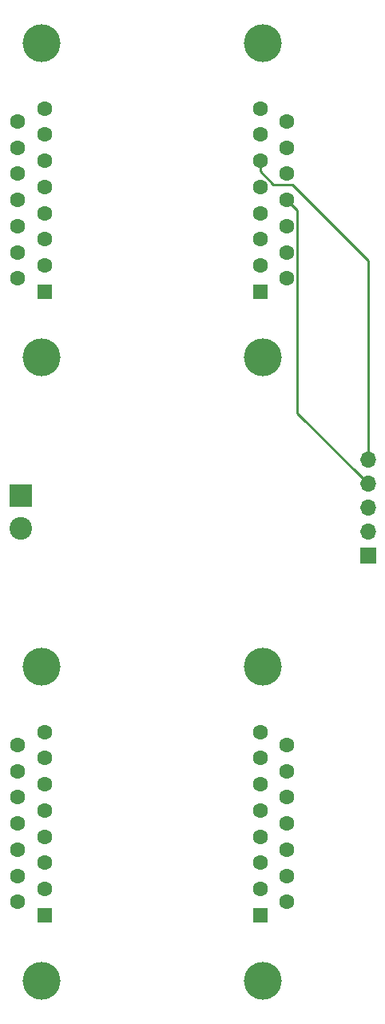
<source format=gbl>
G04 #@! TF.GenerationSoftware,KiCad,Pcbnew,(6.0.0-rc1-dev-392-gd9d005190)*
G04 #@! TF.CreationDate,2018-08-31T18:51:33-04:00*
G04 #@! TF.ProjectId,db15_HV,646231355F48562E6B696361645F7063,rev?*
G04 #@! TF.SameCoordinates,Original*
G04 #@! TF.FileFunction,Copper,L2,Bot,Signal*
G04 #@! TF.FilePolarity,Positive*
%FSLAX46Y46*%
G04 Gerber Fmt 4.6, Leading zero omitted, Abs format (unit mm)*
G04 Created by KiCad (PCBNEW (6.0.0-rc1-dev-392-gd9d005190)) date 08/31/18 18:51:33*
%MOMM*%
%LPD*%
G01*
G04 APERTURE LIST*
G04 #@! TA.AperFunction,ComponentPad*
%ADD10O,1.700000X1.700000*%
G04 #@! TD*
G04 #@! TA.AperFunction,ComponentPad*
%ADD11R,1.700000X1.700000*%
G04 #@! TD*
G04 #@! TA.AperFunction,ComponentPad*
%ADD12C,4.000000*%
G04 #@! TD*
G04 #@! TA.AperFunction,ComponentPad*
%ADD13C,1.600000*%
G04 #@! TD*
G04 #@! TA.AperFunction,ComponentPad*
%ADD14R,1.600000X1.600000*%
G04 #@! TD*
G04 #@! TA.AperFunction,ComponentPad*
%ADD15C,2.400000*%
G04 #@! TD*
G04 #@! TA.AperFunction,ComponentPad*
%ADD16R,2.400000X2.400000*%
G04 #@! TD*
G04 #@! TA.AperFunction,Conductor*
%ADD17C,0.250000*%
G04 #@! TD*
G04 APERTURE END LIST*
D10*
G04 #@! TO.P,J3,5*
G04 #@! TO.N,/POLARITY_2*
X140970000Y-100330000D03*
G04 #@! TO.P,J3,4*
G04 #@! TO.N,/ENABLE_2*
X140970000Y-102870000D03*
G04 #@! TO.P,J3,3*
G04 #@! TO.N,/SIGNAL_GND_1*
X140970000Y-105410000D03*
G04 #@! TO.P,J3,2*
G04 #@! TO.N,/ENABLE_1*
X140970000Y-107950000D03*
D11*
G04 #@! TO.P,J3,1*
G04 #@! TO.N,/POLARITY_1*
X140970000Y-110490000D03*
G04 #@! TD*
D12*
G04 #@! TO.P,J2_IN1,0*
G04 #@! TO.N,N/C*
X129840000Y-56205000D03*
X129840000Y-89505000D03*
D13*
G04 #@! TO.P,J2_IN1,15*
G04 #@! TO.N,Net-(J2_IN1-Pad15)*
X132380000Y-64545000D03*
G04 #@! TO.P,J2_IN1,14*
G04 #@! TO.N,Net-(J2_IN1-Pad14)*
X132380000Y-67315000D03*
G04 #@! TO.P,J2_IN1,13*
G04 #@! TO.N,/CURRENT_2*
X132380000Y-70085000D03*
G04 #@! TO.P,J2_IN1,12*
G04 #@! TO.N,/ENABLE_2*
X132380000Y-72855000D03*
G04 #@! TO.P,J2_IN1,11*
G04 #@! TO.N,Net-(J2_IN1-Pad11)*
X132380000Y-75625000D03*
G04 #@! TO.P,J2_IN1,10*
G04 #@! TO.N,Net-(J2_IN1-Pad10)*
X132380000Y-78395000D03*
G04 #@! TO.P,J2_IN1,9*
G04 #@! TO.N,Net-(J2_IN1-Pad9)*
X132380000Y-81165000D03*
G04 #@! TO.P,J2_IN1,8*
G04 #@! TO.N,Net-(J2_IN1-Pad8)*
X129540000Y-63160000D03*
G04 #@! TO.P,J2_IN1,7*
G04 #@! TO.N,/SIGNAL_GND_1*
X129540000Y-65930000D03*
G04 #@! TO.P,J2_IN1,6*
G04 #@! TO.N,/POLARITY_2*
X129540000Y-68700000D03*
G04 #@! TO.P,J2_IN1,5*
G04 #@! TO.N,/VOLTAGE_2*
X129540000Y-71470000D03*
G04 #@! TO.P,J2_IN1,4*
G04 #@! TO.N,Net-(J2_IN1-Pad4)*
X129540000Y-74240000D03*
G04 #@! TO.P,J2_IN1,3*
G04 #@! TO.N,Net-(J2_IN1-Pad3)*
X129540000Y-77010000D03*
G04 #@! TO.P,J2_IN1,2*
G04 #@! TO.N,/PROGRAM_2*
X129540000Y-79780000D03*
D14*
G04 #@! TO.P,J2_IN1,1*
G04 #@! TO.N,Net-(J2_IN1-Pad1)*
X129540000Y-82550000D03*
G04 #@! TD*
D12*
G04 #@! TO.P,J2_OUT1,0*
G04 #@! TO.N,N/C*
X106380000Y-89505000D03*
X106380000Y-56205000D03*
D13*
G04 #@! TO.P,J2_OUT1,15*
G04 #@! TO.N,/POWER_24V*
X103840000Y-64545000D03*
G04 #@! TO.P,J2_OUT1,14*
G04 #@! TO.N,Net-(J2_OUT1-Pad14)*
X103840000Y-67315000D03*
G04 #@! TO.P,J2_OUT1,13*
G04 #@! TO.N,/CURRENT_2*
X103840000Y-70085000D03*
G04 #@! TO.P,J2_OUT1,12*
G04 #@! TO.N,/ENABLE_2*
X103840000Y-72855000D03*
G04 #@! TO.P,J2_OUT1,11*
G04 #@! TO.N,Net-(J2_OUT1-Pad11)*
X103840000Y-75625000D03*
G04 #@! TO.P,J2_OUT1,10*
G04 #@! TO.N,Net-(J2_OUT1-Pad10)*
X103840000Y-78395000D03*
G04 #@! TO.P,J2_OUT1,9*
G04 #@! TO.N,Net-(J2_OUT1-Pad9)*
X103840000Y-81165000D03*
G04 #@! TO.P,J2_OUT1,8*
G04 #@! TO.N,/POWER_GND*
X106680000Y-63160000D03*
G04 #@! TO.P,J2_OUT1,7*
G04 #@! TO.N,/SIGNAL_GND_1*
X106680000Y-65930000D03*
G04 #@! TO.P,J2_OUT1,6*
G04 #@! TO.N,/POLARITY_2*
X106680000Y-68700000D03*
G04 #@! TO.P,J2_OUT1,5*
G04 #@! TO.N,/VOLTAGE_2*
X106680000Y-71470000D03*
G04 #@! TO.P,J2_OUT1,4*
G04 #@! TO.N,Net-(J2_OUT1-Pad4)*
X106680000Y-74240000D03*
G04 #@! TO.P,J2_OUT1,3*
G04 #@! TO.N,Net-(J2_OUT1-Pad3)*
X106680000Y-77010000D03*
G04 #@! TO.P,J2_OUT1,2*
G04 #@! TO.N,/PROGRAM_2*
X106680000Y-79780000D03*
D14*
G04 #@! TO.P,J2_OUT1,1*
G04 #@! TO.N,Net-(J2_OUT1-Pad1)*
X106680000Y-82550000D03*
G04 #@! TD*
D12*
G04 #@! TO.P,J1_IN1,0*
G04 #@! TO.N,N/C*
X129840000Y-122245000D03*
X129840000Y-155545000D03*
D13*
G04 #@! TO.P,J1_IN1,15*
G04 #@! TO.N,Net-(J1_IN1-Pad15)*
X132380000Y-130585000D03*
G04 #@! TO.P,J1_IN1,14*
G04 #@! TO.N,Net-(J1_IN1-Pad14)*
X132380000Y-133355000D03*
G04 #@! TO.P,J1_IN1,13*
G04 #@! TO.N,/CURRENT_1*
X132380000Y-136125000D03*
G04 #@! TO.P,J1_IN1,12*
G04 #@! TO.N,/ENABLE_1*
X132380000Y-138895000D03*
G04 #@! TO.P,J1_IN1,11*
G04 #@! TO.N,Net-(J1_IN1-Pad11)*
X132380000Y-141665000D03*
G04 #@! TO.P,J1_IN1,10*
G04 #@! TO.N,Net-(J1_IN1-Pad10)*
X132380000Y-144435000D03*
G04 #@! TO.P,J1_IN1,9*
G04 #@! TO.N,Net-(J1_IN1-Pad9)*
X132380000Y-147205000D03*
G04 #@! TO.P,J1_IN1,8*
G04 #@! TO.N,Net-(J1_IN1-Pad8)*
X129540000Y-129200000D03*
G04 #@! TO.P,J1_IN1,7*
G04 #@! TO.N,/SIGNAL_GND_1*
X129540000Y-131970000D03*
G04 #@! TO.P,J1_IN1,6*
G04 #@! TO.N,/POLARITY_1*
X129540000Y-134740000D03*
G04 #@! TO.P,J1_IN1,5*
G04 #@! TO.N,/VOLTAGE_1*
X129540000Y-137510000D03*
G04 #@! TO.P,J1_IN1,4*
G04 #@! TO.N,Net-(J1_IN1-Pad4)*
X129540000Y-140280000D03*
G04 #@! TO.P,J1_IN1,3*
G04 #@! TO.N,Net-(J1_IN1-Pad3)*
X129540000Y-143050000D03*
G04 #@! TO.P,J1_IN1,2*
G04 #@! TO.N,/PROGRAM_1*
X129540000Y-145820000D03*
D14*
G04 #@! TO.P,J1_IN1,1*
G04 #@! TO.N,Net-(J1_IN1-Pad1)*
X129540000Y-148590000D03*
G04 #@! TD*
D12*
G04 #@! TO.P,J1_OUT1,0*
G04 #@! TO.N,N/C*
X106380000Y-155545000D03*
X106380000Y-122245000D03*
D13*
G04 #@! TO.P,J1_OUT1,15*
G04 #@! TO.N,/POWER_24V*
X103840000Y-130585000D03*
G04 #@! TO.P,J1_OUT1,14*
G04 #@! TO.N,Net-(J1_OUT1-Pad14)*
X103840000Y-133355000D03*
G04 #@! TO.P,J1_OUT1,13*
G04 #@! TO.N,/CURRENT_1*
X103840000Y-136125000D03*
G04 #@! TO.P,J1_OUT1,12*
G04 #@! TO.N,/ENABLE_1*
X103840000Y-138895000D03*
G04 #@! TO.P,J1_OUT1,11*
G04 #@! TO.N,Net-(J1_OUT1-Pad11)*
X103840000Y-141665000D03*
G04 #@! TO.P,J1_OUT1,10*
G04 #@! TO.N,Net-(J1_OUT1-Pad10)*
X103840000Y-144435000D03*
G04 #@! TO.P,J1_OUT1,9*
G04 #@! TO.N,Net-(J1_OUT1-Pad9)*
X103840000Y-147205000D03*
G04 #@! TO.P,J1_OUT1,8*
G04 #@! TO.N,/POWER_GND*
X106680000Y-129200000D03*
G04 #@! TO.P,J1_OUT1,7*
G04 #@! TO.N,/SIGNAL_GND_1*
X106680000Y-131970000D03*
G04 #@! TO.P,J1_OUT1,6*
G04 #@! TO.N,/POLARITY_1*
X106680000Y-134740000D03*
G04 #@! TO.P,J1_OUT1,5*
G04 #@! TO.N,/VOLTAGE_1*
X106680000Y-137510000D03*
G04 #@! TO.P,J1_OUT1,4*
G04 #@! TO.N,Net-(J1_OUT1-Pad4)*
X106680000Y-140280000D03*
G04 #@! TO.P,J1_OUT1,3*
G04 #@! TO.N,Net-(J1_OUT1-Pad3)*
X106680000Y-143050000D03*
G04 #@! TO.P,J1_OUT1,2*
G04 #@! TO.N,/PROGRAM_1*
X106680000Y-145820000D03*
D14*
G04 #@! TO.P,J1_OUT1,1*
G04 #@! TO.N,Net-(J1_OUT1-Pad1)*
X106680000Y-148590000D03*
G04 #@! TD*
D15*
G04 #@! TO.P,J2,2*
G04 #@! TO.N,/POWER_GND*
X104140000Y-107640000D03*
D16*
G04 #@! TO.P,J2,1*
G04 #@! TO.N,/POWER_24V*
X104140000Y-104140000D03*
G04 #@! TD*
D17*
G04 #@! TO.N,/ENABLE_2*
X140120001Y-102020001D02*
X140970000Y-102870000D01*
X133505001Y-95405001D02*
X140120001Y-102020001D01*
X133505001Y-73980001D02*
X133505001Y-95405001D01*
X132380000Y-72855000D02*
X133505001Y-73980001D01*
G04 #@! TO.N,/POLARITY_2*
X129540000Y-69831370D02*
X129540000Y-68700000D01*
X130918631Y-71210001D02*
X129540000Y-69831370D01*
X132920001Y-71210001D02*
X130918631Y-71210001D01*
X140970000Y-79260000D02*
X132920001Y-71210001D01*
X140970000Y-100330000D02*
X140970000Y-79260000D01*
G04 #@! TD*
M02*

</source>
